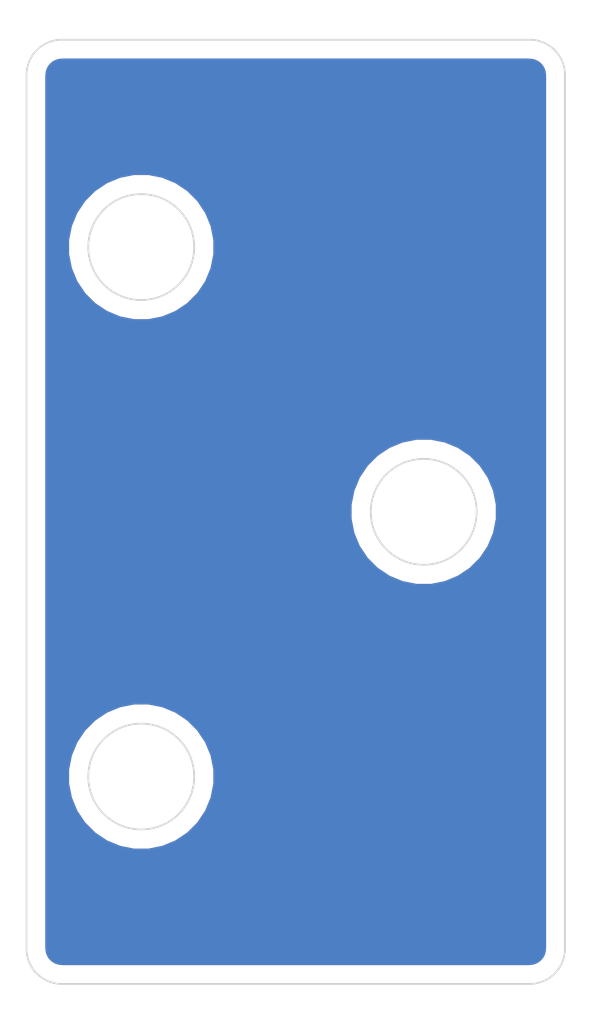
<source format=kicad_pcb>
(kicad_pcb (version 20171130) (host pcbnew 5.1.9+dfsg1-1+deb11u1)

  (general
    (thickness 1.6)
    (drawings 11)
    (tracks 0)
    (zones 0)
    (modules 0)
    (nets 1)
  )

  (page A4)
  (layers
    (0 F.Cu signal)
    (31 B.Cu signal)
    (32 B.Adhes user)
    (33 F.Adhes user)
    (34 B.Paste user)
    (35 F.Paste user)
    (36 B.SilkS user)
    (37 F.SilkS user)
    (38 B.Mask user)
    (39 F.Mask user)
    (40 Dwgs.User user)
    (41 Cmts.User user)
    (42 Eco1.User user)
    (43 Eco2.User user)
    (44 Edge.Cuts user)
    (45 Margin user)
    (46 B.CrtYd user)
    (47 F.CrtYd user)
    (48 B.Fab user)
    (49 F.Fab user)
  )

  (setup
    (last_trace_width 0.25)
    (trace_clearance 0.2)
    (zone_clearance 0.508)
    (zone_45_only no)
    (trace_min 0.2)
    (via_size 0.8)
    (via_drill 0.4)
    (via_min_size 0.4)
    (via_min_drill 0.3)
    (uvia_size 0.3)
    (uvia_drill 0.1)
    (uvias_allowed no)
    (uvia_min_size 0.2)
    (uvia_min_drill 0.1)
    (edge_width 0.05)
    (segment_width 0.2)
    (pcb_text_width 0.3)
    (pcb_text_size 1.5 1.5)
    (mod_edge_width 0.12)
    (mod_text_size 1 1)
    (mod_text_width 0.15)
    (pad_size 1.524 1.524)
    (pad_drill 0.762)
    (pad_to_mask_clearance 0)
    (aux_axis_origin 0 0)
    (visible_elements FFFFFF7F)
    (pcbplotparams
      (layerselection 0x010fc_ffffffff)
      (usegerberextensions true)
      (usegerberattributes false)
      (usegerberadvancedattributes false)
      (creategerberjobfile false)
      (excludeedgelayer true)
      (linewidth 0.100000)
      (plotframeref false)
      (viasonmask false)
      (mode 1)
      (useauxorigin false)
      (hpglpennumber 1)
      (hpglpenspeed 20)
      (hpglpendiameter 15.000000)
      (psnegative false)
      (psa4output false)
      (plotreference true)
      (plotvalue true)
      (plotinvisibletext false)
      (padsonsilk false)
      (subtractmaskfromsilk true)
      (outputformat 1)
      (mirror false)
      (drillshape 0)
      (scaleselection 1)
      (outputdirectory "x-belt-clamp-gerber/"))
  )

  (net 0 "")

  (net_class Default "This is the default net class."
    (clearance 0.2)
    (trace_width 0.25)
    (via_dia 0.8)
    (via_drill 0.4)
    (uvia_dia 0.3)
    (uvia_drill 0.1)
  )

  (gr_arc (start 144 79.125) (end 145 79.125) (angle -90) (layer Edge.Cuts) (width 0.05))
  (gr_circle (center 133 84) (end 134.5 84) (layer Edge.Cuts) (width 0.05))
  (gr_line (start 144 78.125) (end 130.75 78.125) (layer Edge.Cuts) (width 0.05))
  (gr_line (start 129.75 79.125) (end 129.75 103.875) (layer Edge.Cuts) (width 0.05))
  (gr_line (start 130.75 104.875) (end 144 104.875) (layer Edge.Cuts) (width 0.05))
  (gr_circle (center 141 91.5) (end 142.5 91.5) (layer Edge.Cuts) (width 0.05))
  (gr_arc (start 144 103.875) (end 144 104.875) (angle -90) (layer Edge.Cuts) (width 0.05))
  (gr_arc (start 130.75 79.125) (end 130.75 78.125) (angle -90) (layer Edge.Cuts) (width 0.05))
  (gr_line (start 145 103.875) (end 145 79.125) (layer Edge.Cuts) (width 0.05))
  (gr_arc (start 130.75 103.875) (end 129.75 103.875) (angle -90) (layer Edge.Cuts) (width 0.05))
  (gr_circle (center 133 99) (end 134.5 99) (layer Edge.Cuts) (width 0.05))

  (zone (net 0) (net_name "") (layer F.Cu) (tstamp 64C3C040) (hatch edge 0.508)
    (connect_pads (clearance 0.508))
    (min_thickness 0.254)
    (fill yes (arc_segments 32) (thermal_gap 0.508) (thermal_bridge_width 0.508))
    (polygon
      (pts
        (xy 146 106) (xy 129 106) (xy 129 77) (xy 146 77)
      )
    )
    (filled_polygon
      (pts
        (xy 144.065424 78.79458) (xy 144.128356 78.81358) (xy 144.186405 78.844445) (xy 144.237343 78.885989) (xy 144.279248 78.936644)
        (xy 144.310515 78.994471) (xy 144.329956 79.057272) (xy 144.340001 79.152845) (xy 144.34 103.842721) (xy 144.33042 103.940424)
        (xy 144.31142 104.003357) (xy 144.280554 104.061406) (xy 144.239011 104.112343) (xy 144.188356 104.154248) (xy 144.130529 104.185515)
        (xy 144.067728 104.204956) (xy 143.972165 104.215) (xy 130.782279 104.215) (xy 130.684576 104.20542) (xy 130.621643 104.18642)
        (xy 130.563594 104.155554) (xy 130.512657 104.114011) (xy 130.470752 104.063356) (xy 130.439485 104.005529) (xy 130.420044 103.942728)
        (xy 130.41 103.847165) (xy 130.41 98.786323) (xy 130.830497 98.786323) (xy 130.830497 99.213677) (xy 130.91387 99.632821)
        (xy 131.077412 100.027645) (xy 131.314837 100.382977) (xy 131.617023 100.685163) (xy 131.972355 100.922588) (xy 132.367179 101.08613)
        (xy 132.786323 101.169503) (xy 133.213677 101.169503) (xy 133.632821 101.08613) (xy 134.027645 100.922588) (xy 134.382977 100.685163)
        (xy 134.685163 100.382977) (xy 134.922588 100.027645) (xy 135.08613 99.632821) (xy 135.169503 99.213677) (xy 135.169503 98.786323)
        (xy 135.08613 98.367179) (xy 134.922588 97.972355) (xy 134.685163 97.617023) (xy 134.382977 97.314837) (xy 134.027645 97.077412)
        (xy 133.632821 96.91387) (xy 133.213677 96.830497) (xy 132.786323 96.830497) (xy 132.367179 96.91387) (xy 131.972355 97.077412)
        (xy 131.617023 97.314837) (xy 131.314837 97.617023) (xy 131.077412 97.972355) (xy 130.91387 98.367179) (xy 130.830497 98.786323)
        (xy 130.41 98.786323) (xy 130.41 91.286323) (xy 138.830497 91.286323) (xy 138.830497 91.713677) (xy 138.91387 92.132821)
        (xy 139.077412 92.527645) (xy 139.314837 92.882977) (xy 139.617023 93.185163) (xy 139.972355 93.422588) (xy 140.367179 93.58613)
        (xy 140.786323 93.669503) (xy 141.213677 93.669503) (xy 141.632821 93.58613) (xy 142.027645 93.422588) (xy 142.382977 93.185163)
        (xy 142.685163 92.882977) (xy 142.922588 92.527645) (xy 143.08613 92.132821) (xy 143.169503 91.713677) (xy 143.169503 91.286323)
        (xy 143.08613 90.867179) (xy 142.922588 90.472355) (xy 142.685163 90.117023) (xy 142.382977 89.814837) (xy 142.027645 89.577412)
        (xy 141.632821 89.41387) (xy 141.213677 89.330497) (xy 140.786323 89.330497) (xy 140.367179 89.41387) (xy 139.972355 89.577412)
        (xy 139.617023 89.814837) (xy 139.314837 90.117023) (xy 139.077412 90.472355) (xy 138.91387 90.867179) (xy 138.830497 91.286323)
        (xy 130.41 91.286323) (xy 130.41 83.786323) (xy 130.830497 83.786323) (xy 130.830497 84.213677) (xy 130.91387 84.632821)
        (xy 131.077412 85.027645) (xy 131.314837 85.382977) (xy 131.617023 85.685163) (xy 131.972355 85.922588) (xy 132.367179 86.08613)
        (xy 132.786323 86.169503) (xy 133.213677 86.169503) (xy 133.632821 86.08613) (xy 134.027645 85.922588) (xy 134.382977 85.685163)
        (xy 134.685163 85.382977) (xy 134.922588 85.027645) (xy 135.08613 84.632821) (xy 135.169503 84.213677) (xy 135.169503 83.786323)
        (xy 135.08613 83.367179) (xy 134.922588 82.972355) (xy 134.685163 82.617023) (xy 134.382977 82.314837) (xy 134.027645 82.077412)
        (xy 133.632821 81.91387) (xy 133.213677 81.830497) (xy 132.786323 81.830497) (xy 132.367179 81.91387) (xy 131.972355 82.077412)
        (xy 131.617023 82.314837) (xy 131.314837 82.617023) (xy 131.077412 82.972355) (xy 130.91387 83.367179) (xy 130.830497 83.786323)
        (xy 130.41 83.786323) (xy 130.41 79.157279) (xy 130.41958 79.059576) (xy 130.43858 78.996644) (xy 130.469445 78.938595)
        (xy 130.510989 78.887657) (xy 130.561644 78.845752) (xy 130.619471 78.814485) (xy 130.682272 78.795044) (xy 130.777835 78.785)
        (xy 143.967721 78.785)
      )
    )
  )
  (zone (net 0) (net_name "") (layer B.Cu) (tstamp 64C3C03D) (hatch edge 0.508)
    (connect_pads (clearance 0.508))
    (min_thickness 0.254)
    (fill yes (arc_segments 32) (thermal_gap 0.508) (thermal_bridge_width 0.508))
    (polygon
      (pts
        (xy 146 106) (xy 129 106) (xy 129 77) (xy 146 77)
      )
    )
    (filled_polygon
      (pts
        (xy 144.065424 78.79458) (xy 144.128356 78.81358) (xy 144.186405 78.844445) (xy 144.237343 78.885989) (xy 144.279248 78.936644)
        (xy 144.310515 78.994471) (xy 144.329956 79.057272) (xy 144.340001 79.152845) (xy 144.34 103.842721) (xy 144.33042 103.940424)
        (xy 144.31142 104.003357) (xy 144.280554 104.061406) (xy 144.239011 104.112343) (xy 144.188356 104.154248) (xy 144.130529 104.185515)
        (xy 144.067728 104.204956) (xy 143.972165 104.215) (xy 130.782279 104.215) (xy 130.684576 104.20542) (xy 130.621643 104.18642)
        (xy 130.563594 104.155554) (xy 130.512657 104.114011) (xy 130.470752 104.063356) (xy 130.439485 104.005529) (xy 130.420044 103.942728)
        (xy 130.41 103.847165) (xy 130.41 98.786323) (xy 130.830497 98.786323) (xy 130.830497 99.213677) (xy 130.91387 99.632821)
        (xy 131.077412 100.027645) (xy 131.314837 100.382977) (xy 131.617023 100.685163) (xy 131.972355 100.922588) (xy 132.367179 101.08613)
        (xy 132.786323 101.169503) (xy 133.213677 101.169503) (xy 133.632821 101.08613) (xy 134.027645 100.922588) (xy 134.382977 100.685163)
        (xy 134.685163 100.382977) (xy 134.922588 100.027645) (xy 135.08613 99.632821) (xy 135.169503 99.213677) (xy 135.169503 98.786323)
        (xy 135.08613 98.367179) (xy 134.922588 97.972355) (xy 134.685163 97.617023) (xy 134.382977 97.314837) (xy 134.027645 97.077412)
        (xy 133.632821 96.91387) (xy 133.213677 96.830497) (xy 132.786323 96.830497) (xy 132.367179 96.91387) (xy 131.972355 97.077412)
        (xy 131.617023 97.314837) (xy 131.314837 97.617023) (xy 131.077412 97.972355) (xy 130.91387 98.367179) (xy 130.830497 98.786323)
        (xy 130.41 98.786323) (xy 130.41 91.286323) (xy 138.830497 91.286323) (xy 138.830497 91.713677) (xy 138.91387 92.132821)
        (xy 139.077412 92.527645) (xy 139.314837 92.882977) (xy 139.617023 93.185163) (xy 139.972355 93.422588) (xy 140.367179 93.58613)
        (xy 140.786323 93.669503) (xy 141.213677 93.669503) (xy 141.632821 93.58613) (xy 142.027645 93.422588) (xy 142.382977 93.185163)
        (xy 142.685163 92.882977) (xy 142.922588 92.527645) (xy 143.08613 92.132821) (xy 143.169503 91.713677) (xy 143.169503 91.286323)
        (xy 143.08613 90.867179) (xy 142.922588 90.472355) (xy 142.685163 90.117023) (xy 142.382977 89.814837) (xy 142.027645 89.577412)
        (xy 141.632821 89.41387) (xy 141.213677 89.330497) (xy 140.786323 89.330497) (xy 140.367179 89.41387) (xy 139.972355 89.577412)
        (xy 139.617023 89.814837) (xy 139.314837 90.117023) (xy 139.077412 90.472355) (xy 138.91387 90.867179) (xy 138.830497 91.286323)
        (xy 130.41 91.286323) (xy 130.41 83.786323) (xy 130.830497 83.786323) (xy 130.830497 84.213677) (xy 130.91387 84.632821)
        (xy 131.077412 85.027645) (xy 131.314837 85.382977) (xy 131.617023 85.685163) (xy 131.972355 85.922588) (xy 132.367179 86.08613)
        (xy 132.786323 86.169503) (xy 133.213677 86.169503) (xy 133.632821 86.08613) (xy 134.027645 85.922588) (xy 134.382977 85.685163)
        (xy 134.685163 85.382977) (xy 134.922588 85.027645) (xy 135.08613 84.632821) (xy 135.169503 84.213677) (xy 135.169503 83.786323)
        (xy 135.08613 83.367179) (xy 134.922588 82.972355) (xy 134.685163 82.617023) (xy 134.382977 82.314837) (xy 134.027645 82.077412)
        (xy 133.632821 81.91387) (xy 133.213677 81.830497) (xy 132.786323 81.830497) (xy 132.367179 81.91387) (xy 131.972355 82.077412)
        (xy 131.617023 82.314837) (xy 131.314837 82.617023) (xy 131.077412 82.972355) (xy 130.91387 83.367179) (xy 130.830497 83.786323)
        (xy 130.41 83.786323) (xy 130.41 79.157279) (xy 130.41958 79.059576) (xy 130.43858 78.996644) (xy 130.469445 78.938595)
        (xy 130.510989 78.887657) (xy 130.561644 78.845752) (xy 130.619471 78.814485) (xy 130.682272 78.795044) (xy 130.777835 78.785)
        (xy 143.967721 78.785)
      )
    )
  )
)

</source>
